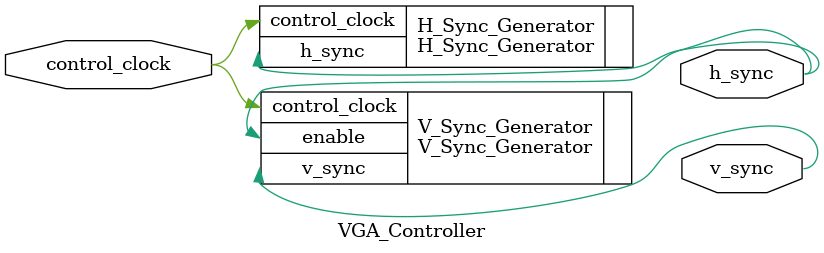
<source format=v>
module VGA_Controller #(parameter ZERO = 0, 
											 THRESHOLD_HSYNC   = 11'd1024,
											 THRESHOLD_VSYNC   = 11'd768,
											 WHOLE_LINE 		 = 11'd1368,
											 WHOLE_FRAME		 = 11'd806,
											 COUNTER_SIZE 		 =  4'd 11)(
											 
		input 	control_clock,
		output 			 v_sync,
		output 			 h_sync
    );

	H_Sync_Generator #(ZERO, 
							 THRESHOLD_HSYNC, 
							 WHOLE_LINE, 
							 COUNTER_SIZE) 
	H_Sync_Generator (
		.control_clock(control_clock),
		.h_sync(h_sync)
    );
	 
	V_Sync_Generator #(ZERO, 
							 THRESHOLD_VSYNC, 
							 WHOLE_FRAME, 
							 COUNTER_SIZE) 
	V_Sync_Generator(
		.control_clock(control_clock),
		.v_sync(v_sync),
		.enable(h_sync)
	 );
	
endmodule

</source>
